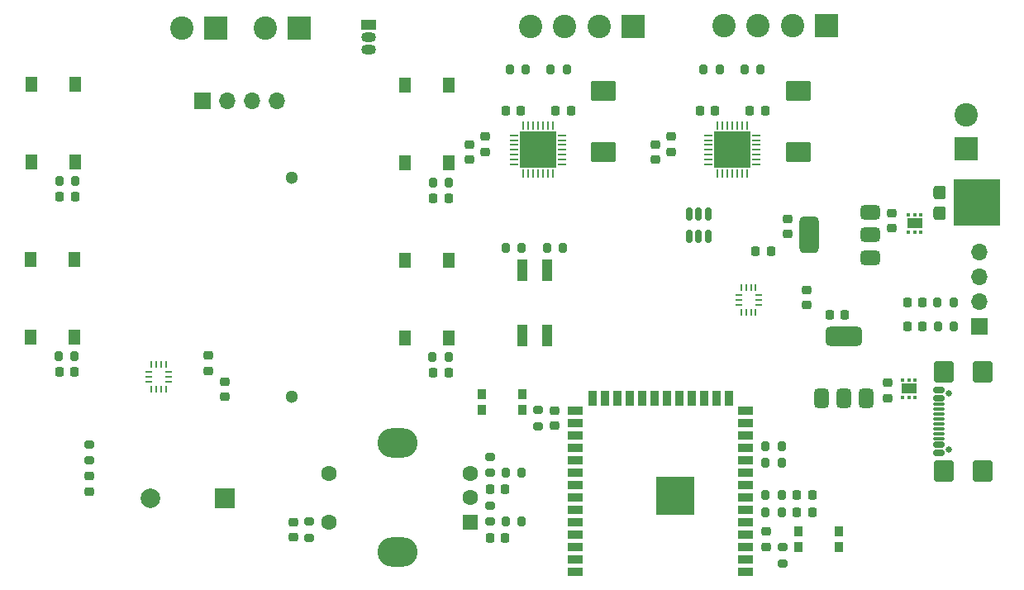
<source format=gbr>
%TF.GenerationSoftware,KiCad,Pcbnew,8.0.8-8.0.8-0~ubuntu22.04.1*%
%TF.CreationDate,2025-03-05T01:13:40-05:00*%
%TF.ProjectId,Electronics V2,456c6563-7472-46f6-9e69-63732056322e,rev?*%
%TF.SameCoordinates,Original*%
%TF.FileFunction,Soldermask,Top*%
%TF.FilePolarity,Negative*%
%FSLAX46Y46*%
G04 Gerber Fmt 4.6, Leading zero omitted, Abs format (unit mm)*
G04 Created by KiCad (PCBNEW 8.0.8-8.0.8-0~ubuntu22.04.1) date 2025-03-05 01:13:40*
%MOMM*%
%LPD*%
G01*
G04 APERTURE LIST*
G04 Aperture macros list*
%AMRoundRect*
0 Rectangle with rounded corners*
0 $1 Rounding radius*
0 $2 $3 $4 $5 $6 $7 $8 $9 X,Y pos of 4 corners*
0 Add a 4 corners polygon primitive as box body*
4,1,4,$2,$3,$4,$5,$6,$7,$8,$9,$2,$3,0*
0 Add four circle primitives for the rounded corners*
1,1,$1+$1,$2,$3*
1,1,$1+$1,$4,$5*
1,1,$1+$1,$6,$7*
1,1,$1+$1,$8,$9*
0 Add four rect primitives between the rounded corners*
20,1,$1+$1,$2,$3,$4,$5,0*
20,1,$1+$1,$4,$5,$6,$7,0*
20,1,$1+$1,$6,$7,$8,$9,0*
20,1,$1+$1,$8,$9,$2,$3,0*%
G04 Aperture macros list end*
%ADD10RoundRect,0.375000X0.375000X-0.625000X0.375000X0.625000X-0.375000X0.625000X-0.375000X-0.625000X0*%
%ADD11RoundRect,0.500000X1.400000X-0.500000X1.400000X0.500000X-1.400000X0.500000X-1.400000X-0.500000X0*%
%ADD12RoundRect,0.218750X0.256250X-0.218750X0.256250X0.218750X-0.256250X0.218750X-0.256250X-0.218750X0*%
%ADD13RoundRect,0.200000X-0.200000X-0.275000X0.200000X-0.275000X0.200000X0.275000X-0.200000X0.275000X0*%
%ADD14R,0.250000X0.675000*%
%ADD15R,0.675000X0.250000*%
%ADD16RoundRect,0.225000X-0.250000X0.225000X-0.250000X-0.225000X0.250000X-0.225000X0.250000X0.225000X0*%
%ADD17RoundRect,0.200000X-0.275000X0.200000X-0.275000X-0.200000X0.275000X-0.200000X0.275000X0.200000X0*%
%ADD18R,2.400000X2.400000*%
%ADD19C,2.400000*%
%ADD20RoundRect,0.200000X0.200000X0.275000X-0.200000X0.275000X-0.200000X-0.275000X0.200000X-0.275000X0*%
%ADD21RoundRect,0.225000X0.250000X-0.225000X0.250000X0.225000X-0.250000X0.225000X-0.250000X-0.225000X0*%
%ADD22RoundRect,0.093750X-0.106250X0.093750X-0.106250X-0.093750X0.106250X-0.093750X0.106250X0.093750X0*%
%ADD23R,1.600000X1.000000*%
%ADD24R,1.300000X1.550000*%
%ADD25RoundRect,0.250000X-1.025000X0.787500X-1.025000X-0.787500X1.025000X-0.787500X1.025000X0.787500X0*%
%ADD26R,1.500000X1.050000*%
%ADD27O,1.500000X1.050000*%
%ADD28RoundRect,0.225000X0.225000X0.250000X-0.225000X0.250000X-0.225000X-0.250000X0.225000X-0.250000X0*%
%ADD29RoundRect,0.225000X-0.225000X-0.250000X0.225000X-0.250000X0.225000X0.250000X-0.225000X0.250000X0*%
%ADD30R,1.700000X1.700000*%
%ADD31O,1.700000X1.700000*%
%ADD32RoundRect,0.218750X-0.218750X-0.256250X0.218750X-0.256250X0.218750X0.256250X-0.218750X0.256250X0*%
%ADD33RoundRect,0.062500X-0.325000X-0.062500X0.325000X-0.062500X0.325000X0.062500X-0.325000X0.062500X0*%
%ADD34RoundRect,0.062500X-0.062500X-0.325000X0.062500X-0.325000X0.062500X0.325000X-0.062500X0.325000X0*%
%ADD35R,3.750000X3.750000*%
%ADD36RoundRect,0.317500X0.317500X-0.382500X0.317500X0.382500X-0.317500X0.382500X-0.317500X-0.382500X0*%
%ADD37R,4.720000X4.800000*%
%ADD38R,0.900000X1.000000*%
%ADD39RoundRect,0.200000X0.275000X-0.200000X0.275000X0.200000X-0.275000X0.200000X-0.275000X-0.200000X0*%
%ADD40RoundRect,0.218750X0.218750X0.256250X-0.218750X0.256250X-0.218750X-0.256250X0.218750X-0.256250X0*%
%ADD41RoundRect,0.375000X0.625000X0.375000X-0.625000X0.375000X-0.625000X-0.375000X0.625000X-0.375000X0*%
%ADD42RoundRect,0.500000X0.500000X1.400000X-0.500000X1.400000X-0.500000X-1.400000X0.500000X-1.400000X0*%
%ADD43RoundRect,0.093750X0.106250X-0.093750X0.106250X0.093750X-0.106250X0.093750X-0.106250X-0.093750X0*%
%ADD44C,0.650000*%
%ADD45RoundRect,0.150000X0.425000X-0.150000X0.425000X0.150000X-0.425000X0.150000X-0.425000X-0.150000X0*%
%ADD46RoundRect,0.075000X0.500000X-0.075000X0.500000X0.075000X-0.500000X0.075000X-0.500000X-0.075000X0*%
%ADD47RoundRect,0.250000X0.750000X-0.840000X0.750000X0.840000X-0.750000X0.840000X-0.750000X-0.840000X0*%
%ADD48R,1.500000X0.900000*%
%ADD49R,0.900000X1.500000*%
%ADD50C,0.600000*%
%ADD51R,3.900000X3.900000*%
%ADD52R,2.000000X2.000000*%
%ADD53C,2.000000*%
%ADD54RoundRect,0.250000X0.550000X0.550000X-0.550000X0.550000X-0.550000X-0.550000X0.550000X-0.550000X0*%
%ADD55C,1.600000*%
%ADD56O,4.100000X3.000000*%
%ADD57RoundRect,0.150000X-0.150000X0.512500X-0.150000X-0.512500X0.150000X-0.512500X0.150000X0.512500X0*%
%ADD58R,1.120000X2.160000*%
%ADD59C,1.300000*%
G04 APERTURE END LIST*
D10*
%TO.C,U1*%
X181700000Y-111780000D03*
X184000000Y-111780000D03*
D11*
X184000000Y-105480000D03*
D10*
X186300000Y-111780000D03*
%TD*%
D12*
%TO.C,D4*%
X106650000Y-121337500D03*
X106650000Y-119762500D03*
%TD*%
D13*
%TO.C,R23*%
X193593750Y-101950000D03*
X195243750Y-101950000D03*
%TD*%
D14*
%TO.C,U5*%
X113062500Y-110862500D03*
X113562500Y-110862500D03*
X114062500Y-110862500D03*
X114562500Y-110862500D03*
D15*
X114825000Y-110100000D03*
X114825000Y-109600000D03*
X114825000Y-109100000D03*
D14*
X114562500Y-108337500D03*
X114062500Y-108337500D03*
X113562500Y-108337500D03*
X113062500Y-108337500D03*
D15*
X112800000Y-109100000D03*
X112800000Y-109600000D03*
X112800000Y-110100000D03*
%TD*%
D16*
%TO.C,C3*%
X120600000Y-110100000D03*
X120600000Y-111650000D03*
%TD*%
D17*
%TO.C,R17*%
X129225000Y-124450000D03*
X129225000Y-126100000D03*
%TD*%
D18*
%TO.C,J6*%
X119650000Y-73900000D03*
D19*
X116150000Y-73900000D03*
%TD*%
D16*
%TO.C,C18*%
X127600000Y-124500000D03*
X127600000Y-126050000D03*
%TD*%
D20*
%TO.C,R15*%
X143525000Y-89700000D03*
X141875000Y-89700000D03*
%TD*%
D21*
%TO.C,C13*%
X180175000Y-102250000D03*
X180175000Y-100700000D03*
%TD*%
D22*
%TO.C,U11*%
X191300000Y-109925000D03*
X190650000Y-109925000D03*
X190000000Y-109925000D03*
X190000000Y-111700000D03*
X190650000Y-111700000D03*
X191300000Y-111700000D03*
D23*
X190650000Y-110812500D03*
%TD*%
D21*
%TO.C,C22*%
X178200000Y-94955000D03*
X178200000Y-93405000D03*
%TD*%
D18*
%TO.C,BT1*%
X196500000Y-86230000D03*
D19*
X196500000Y-82730000D03*
%TD*%
D24*
%TO.C,SW7*%
X138990000Y-105590000D03*
X138990000Y-97630000D03*
X143490000Y-105590000D03*
X143490000Y-97630000D03*
%TD*%
D20*
%TO.C,R14*%
X105200000Y-107500000D03*
X103550000Y-107500000D03*
%TD*%
D24*
%TO.C,SW5*%
X100690000Y-105530000D03*
X100690000Y-97570000D03*
X105190000Y-105530000D03*
X105190000Y-97570000D03*
%TD*%
D16*
%TO.C,C24*%
X164675000Y-85775000D03*
X164675000Y-87325000D03*
%TD*%
D25*
%TO.C,C9*%
X159375000Y-80337500D03*
X159375000Y-86562500D03*
%TD*%
D26*
%TO.C,Q1*%
X135300000Y-73510000D03*
D27*
X135300000Y-74780000D03*
X135300000Y-76050000D03*
%TD*%
D16*
%TO.C,C11*%
X154375000Y-113050000D03*
X154375000Y-114600000D03*
%TD*%
D18*
%TO.C,J7*%
X128200000Y-73900000D03*
D19*
X124700000Y-73900000D03*
%TD*%
D24*
%TO.C,SW1*%
X100740000Y-87610000D03*
X100740000Y-79650000D03*
X105240000Y-87610000D03*
X105240000Y-79650000D03*
%TD*%
D28*
%TO.C,C5*%
X170775000Y-82350000D03*
X169225000Y-82350000D03*
%TD*%
D13*
%TO.C,R25*%
X149325000Y-124450000D03*
X150975000Y-124450000D03*
%TD*%
D29*
%TO.C,C10*%
X154475000Y-82375000D03*
X156025000Y-82375000D03*
%TD*%
D17*
%TO.C,R18*%
X147775000Y-117800000D03*
X147775000Y-119450000D03*
%TD*%
D25*
%TO.C,C4*%
X179350000Y-80337500D03*
X179350000Y-86562500D03*
%TD*%
D30*
%TO.C,J5*%
X197900000Y-104480000D03*
D31*
X197900000Y-101940000D03*
X197900000Y-99400000D03*
X197900000Y-96860000D03*
%TD*%
D16*
%TO.C,C7*%
X145625000Y-85800000D03*
X145625000Y-87350000D03*
%TD*%
D29*
%TO.C,C6*%
X174375000Y-82350000D03*
X175925000Y-82350000D03*
%TD*%
D28*
%TO.C,C16*%
X143475000Y-91350000D03*
X141925000Y-91350000D03*
%TD*%
D20*
%TO.C,R11*%
X177625000Y-118450000D03*
X175975000Y-118450000D03*
%TD*%
D16*
%TO.C,C21*%
X188900000Y-92830000D03*
X188900000Y-94380000D03*
%TD*%
D13*
%TO.C,R26*%
X149325000Y-119450000D03*
X150975000Y-119450000D03*
%TD*%
D32*
%TO.C,D5*%
X190481250Y-101950000D03*
X192056250Y-101950000D03*
%TD*%
D33*
%TO.C,U9*%
X170087500Y-84850000D03*
X170087500Y-85350000D03*
X170087500Y-85850000D03*
X170087500Y-86350000D03*
X170087500Y-86850000D03*
X170087500Y-87350000D03*
X170087500Y-87850000D03*
D34*
X171050000Y-88812500D03*
X171550000Y-88812500D03*
X172050000Y-88812500D03*
X172550000Y-88812500D03*
X173050000Y-88812500D03*
X173550000Y-88812500D03*
X174050000Y-88812500D03*
D33*
X175012500Y-87850000D03*
X175012500Y-87350000D03*
X175012500Y-86850000D03*
X175012500Y-86350000D03*
X175012500Y-85850000D03*
X175012500Y-85350000D03*
X175012500Y-84850000D03*
D34*
X174050000Y-83887500D03*
X173550000Y-83887500D03*
X173050000Y-83887500D03*
X172550000Y-83887500D03*
X172050000Y-83887500D03*
X171550000Y-83887500D03*
X171050000Y-83887500D03*
D35*
X172550000Y-86350000D03*
%TD*%
D36*
%TO.C,D2*%
X193785000Y-92820000D03*
X193785000Y-90740000D03*
D37*
X197590000Y-91780000D03*
%TD*%
D38*
%TO.C,SW4*%
X146925000Y-111400000D03*
X151025000Y-111400000D03*
X146925000Y-113000000D03*
X151025000Y-113000000D03*
%TD*%
D16*
%TO.C,C1*%
X118875000Y-107425000D03*
X118875000Y-108975000D03*
%TD*%
D20*
%TO.C,R3*%
X151000000Y-96400000D03*
X149350000Y-96400000D03*
%TD*%
%TO.C,R1*%
X177625000Y-116700000D03*
X175975000Y-116700000D03*
%TD*%
D29*
%TO.C,C26*%
X147750000Y-121125000D03*
X149300000Y-121125000D03*
%TD*%
D20*
%TO.C,R5*%
X151400000Y-78150000D03*
X149750000Y-78150000D03*
%TD*%
D14*
%TO.C,U6*%
X173462500Y-103012500D03*
X173962500Y-103012500D03*
X174462500Y-103012500D03*
X174962500Y-103012500D03*
D15*
X175225000Y-102250000D03*
X175225000Y-101750000D03*
X175225000Y-101250000D03*
D14*
X174962500Y-100487500D03*
X174462500Y-100487500D03*
X173962500Y-100487500D03*
X173462500Y-100487500D03*
D15*
X173200000Y-101250000D03*
X173200000Y-101750000D03*
X173200000Y-102250000D03*
%TD*%
D29*
%TO.C,C27*%
X147750000Y-126100000D03*
X149300000Y-126100000D03*
%TD*%
D13*
%TO.C,R4*%
X153950000Y-78150000D03*
X155600000Y-78150000D03*
%TD*%
D39*
%TO.C,R22*%
X106650000Y-118175000D03*
X106650000Y-116525000D03*
%TD*%
D32*
%TO.C,D6*%
X190475000Y-104450000D03*
X192050000Y-104450000D03*
%TD*%
D17*
%TO.C,R19*%
X147775000Y-122800000D03*
X147775000Y-124450000D03*
%TD*%
D20*
%TO.C,R21*%
X177600000Y-121700000D03*
X175950000Y-121700000D03*
%TD*%
D39*
%TO.C,R9*%
X177700000Y-128700000D03*
X177700000Y-127050000D03*
%TD*%
D28*
%TO.C,C14*%
X105205000Y-91180000D03*
X103655000Y-91180000D03*
%TD*%
D38*
%TO.C,SW3*%
X179350000Y-125475000D03*
X183450000Y-125475000D03*
X179350000Y-127075000D03*
X183450000Y-127075000D03*
%TD*%
D18*
%TO.C,J1*%
X162400000Y-73700000D03*
D19*
X158900000Y-73700000D03*
X155400000Y-73700000D03*
X151900000Y-73700000D03*
%TD*%
D33*
%TO.C,U2*%
X150212500Y-84850000D03*
X150212500Y-85350000D03*
X150212500Y-85850000D03*
X150212500Y-86350000D03*
X150212500Y-86850000D03*
X150212500Y-87350000D03*
X150212500Y-87850000D03*
D34*
X151175000Y-88812500D03*
X151675000Y-88812500D03*
X152175000Y-88812500D03*
X152675000Y-88812500D03*
X153175000Y-88812500D03*
X153675000Y-88812500D03*
X154175000Y-88812500D03*
D33*
X155137500Y-87850000D03*
X155137500Y-87350000D03*
X155137500Y-86850000D03*
X155137500Y-86350000D03*
X155137500Y-85850000D03*
X155137500Y-85350000D03*
X155137500Y-84850000D03*
D34*
X154175000Y-83887500D03*
X153675000Y-83887500D03*
X153175000Y-83887500D03*
X152675000Y-83887500D03*
X152175000Y-83887500D03*
X151675000Y-83887500D03*
X151175000Y-83887500D03*
D35*
X152675000Y-86350000D03*
%TD*%
D20*
%TO.C,R20*%
X171275000Y-78100000D03*
X169625000Y-78100000D03*
%TD*%
D28*
%TO.C,C17*%
X143475000Y-109150000D03*
X141925000Y-109150000D03*
%TD*%
D40*
%TO.C,D3*%
X180750000Y-121700000D03*
X179175000Y-121700000D03*
%TD*%
D28*
%TO.C,C20*%
X184075000Y-103280000D03*
X182525000Y-103280000D03*
%TD*%
D21*
%TO.C,C19*%
X188500000Y-111780000D03*
X188500000Y-110230000D03*
%TD*%
D41*
%TO.C,U7*%
X186700000Y-97380000D03*
X186700000Y-95080000D03*
D42*
X180400000Y-95080000D03*
D41*
X186700000Y-92780000D03*
%TD*%
D43*
%TO.C,U10*%
X190600000Y-94775000D03*
X191250000Y-94775000D03*
X191900000Y-94775000D03*
X191900000Y-93000000D03*
X191250000Y-93000000D03*
X190600000Y-93000000D03*
D23*
X191250000Y-93887500D03*
%TD*%
D20*
%TO.C,R13*%
X105250000Y-89550000D03*
X103600000Y-89550000D03*
%TD*%
D44*
%TO.C,J4*%
X194770000Y-117080000D03*
X194770000Y-111300000D03*
D45*
X193695000Y-117390000D03*
X193695000Y-116590000D03*
D46*
X193695000Y-115440000D03*
X193695000Y-114440000D03*
X193695000Y-113940000D03*
X193695000Y-112940000D03*
D45*
X193695000Y-111790000D03*
X193695000Y-110990000D03*
X193695000Y-110990000D03*
X193695000Y-111790000D03*
D46*
X193695000Y-112440000D03*
X193695000Y-113440000D03*
X193695000Y-114940000D03*
X193695000Y-115940000D03*
D45*
X193695000Y-116590000D03*
X193695000Y-117390000D03*
D47*
X194270000Y-119300000D03*
X198200000Y-119300000D03*
X194270000Y-109080000D03*
X198200000Y-109080000D03*
%TD*%
D48*
%TO.C,U3*%
X173950000Y-129560000D03*
X173950000Y-128290000D03*
X173950000Y-127020000D03*
X173950000Y-125750000D03*
X173950000Y-124480000D03*
X173950000Y-123210000D03*
X173950000Y-121940000D03*
X173950000Y-120670000D03*
X173950000Y-119400000D03*
X173950000Y-118130000D03*
X173950000Y-116860000D03*
X173950000Y-115590000D03*
X173950000Y-114320000D03*
X173950000Y-113050000D03*
D49*
X172185000Y-111800000D03*
X170915000Y-111800000D03*
X169645000Y-111800000D03*
X168375000Y-111800000D03*
X167105000Y-111800000D03*
X165835000Y-111800000D03*
X164565000Y-111800000D03*
X163295000Y-111800000D03*
X162025000Y-111800000D03*
X160755000Y-111800000D03*
X159485000Y-111800000D03*
X158215000Y-111800000D03*
D48*
X156450000Y-113050000D03*
X156450000Y-114320000D03*
X156450000Y-115590000D03*
X156450000Y-116860000D03*
X156450000Y-118130000D03*
X156450000Y-119400000D03*
X156450000Y-120670000D03*
X156450000Y-121940000D03*
X156450000Y-123210000D03*
X156450000Y-124480000D03*
X156450000Y-125750000D03*
X156450000Y-127020000D03*
X156450000Y-128290000D03*
X156450000Y-129560000D03*
D50*
X168100000Y-122540000D03*
X168100000Y-121140000D03*
X167400000Y-123240000D03*
X167400000Y-121840000D03*
X167400000Y-120440000D03*
X166700000Y-122540000D03*
D51*
X166700000Y-121840000D03*
D50*
X166700000Y-121140000D03*
X166000000Y-123240000D03*
X166000000Y-121840000D03*
X166000000Y-120440000D03*
X165300000Y-122540000D03*
X165300000Y-121140000D03*
%TD*%
D13*
%TO.C,R8*%
X173825000Y-78125000D03*
X175475000Y-78125000D03*
%TD*%
D39*
%TO.C,R10*%
X152675000Y-114650000D03*
X152675000Y-113000000D03*
%TD*%
D16*
%TO.C,C25*%
X166275000Y-85000000D03*
X166275000Y-86550000D03*
%TD*%
D13*
%TO.C,R2*%
X153575000Y-96400000D03*
X155225000Y-96400000D03*
%TD*%
D52*
%TO.C,BZ1*%
X120550000Y-122075000D03*
D53*
X112950000Y-122075000D03*
%TD*%
D40*
%TO.C,D1*%
X180750000Y-123500000D03*
X179175000Y-123500000D03*
%TD*%
D20*
%TO.C,R16*%
X143500000Y-107550000D03*
X141850000Y-107550000D03*
%TD*%
D54*
%TO.C,SW8*%
X145725000Y-124475000D03*
D55*
X145725000Y-119475000D03*
X145725000Y-121975000D03*
D56*
X138225000Y-127575000D03*
D55*
X131225000Y-124475000D03*
X131225000Y-119475000D03*
D56*
X138225000Y-116375000D03*
%TD*%
D20*
%TO.C,R12*%
X177600000Y-123500000D03*
X175950000Y-123500000D03*
%TD*%
D29*
%TO.C,C2*%
X174950000Y-96725000D03*
X176500000Y-96725000D03*
%TD*%
D18*
%TO.C,J2*%
X182200000Y-73600000D03*
D19*
X178700000Y-73600000D03*
X175200000Y-73600000D03*
X171700000Y-73600000D03*
%TD*%
D13*
%TO.C,R24*%
X193600000Y-104450000D03*
X195250000Y-104450000D03*
%TD*%
D28*
%TO.C,C15*%
X105150000Y-109100000D03*
X103600000Y-109100000D03*
%TD*%
D57*
%TO.C,U4*%
X170075000Y-92900000D03*
X169125000Y-92900000D03*
X168175000Y-92900000D03*
X168175000Y-95175000D03*
X169125000Y-95175000D03*
X170075000Y-95175000D03*
%TD*%
D28*
%TO.C,C23*%
X150875000Y-82375000D03*
X149325000Y-82375000D03*
%TD*%
D30*
%TO.C,U8*%
X118300000Y-81300000D03*
D31*
X120840000Y-81300000D03*
X123380000Y-81300000D03*
X125920000Y-81300000D03*
%TD*%
D21*
%TO.C,C12*%
X176025000Y-127025000D03*
X176025000Y-125475000D03*
%TD*%
D24*
%TO.C,SW6*%
X139040000Y-87710000D03*
X139040000Y-79750000D03*
X143540000Y-87710000D03*
X143540000Y-79750000D03*
%TD*%
D16*
%TO.C,C8*%
X147225000Y-85000000D03*
X147225000Y-86550000D03*
%TD*%
D58*
%TO.C,SW2*%
X151030000Y-105415000D03*
X153570000Y-105415000D03*
X153570000Y-98685000D03*
X151030000Y-98685000D03*
%TD*%
D59*
%TO.C,J3*%
X127400000Y-111600000D03*
X127400000Y-89200000D03*
%TD*%
M02*

</source>
